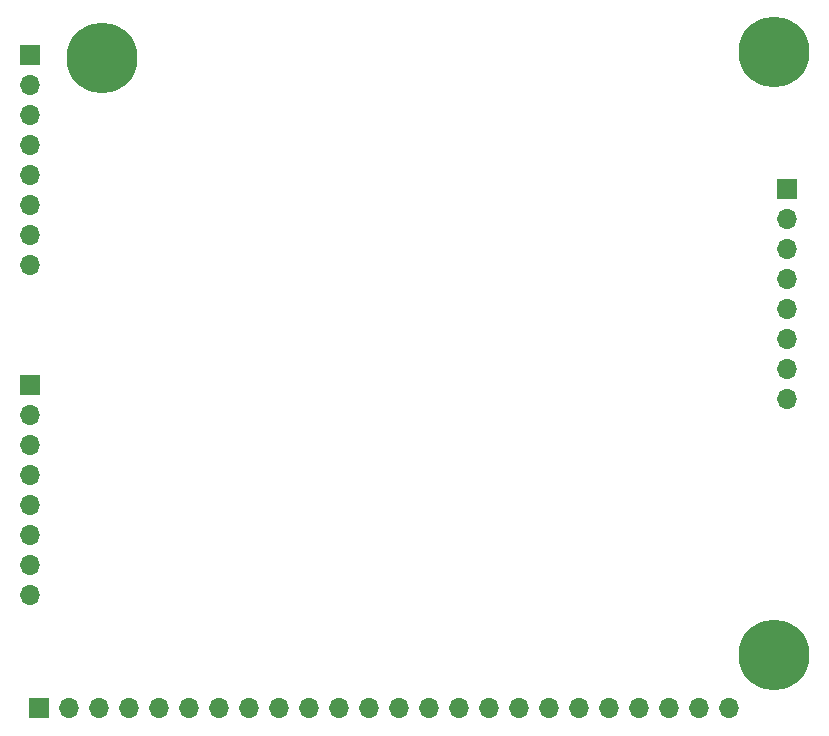
<source format=gbr>
%TF.GenerationSoftware,KiCad,Pcbnew,(6.0.0-0)*%
%TF.CreationDate,2022-10-19T23:34:28-04:00*%
%TF.ProjectId,Backplane-Interrupt-Handler,4261636b-706c-4616-9e65-2d496e746572,rev?*%
%TF.SameCoordinates,Original*%
%TF.FileFunction,Soldermask,Bot*%
%TF.FilePolarity,Negative*%
%FSLAX46Y46*%
G04 Gerber Fmt 4.6, Leading zero omitted, Abs format (unit mm)*
G04 Created by KiCad (PCBNEW (6.0.0-0)) date 2022-10-19 23:34:28*
%MOMM*%
%LPD*%
G01*
G04 APERTURE LIST*
%ADD10C,0.800000*%
%ADD11C,6.000000*%
%ADD12R,1.700000X1.700000*%
%ADD13O,1.700000X1.700000*%
G04 APERTURE END LIST*
D10*
%TO.C,REF\u002A\u002A*%
X171383010Y-65852990D03*
X174564990Y-62671010D03*
X172974000Y-62012000D03*
D11*
X172974000Y-64262000D03*
D10*
X174564990Y-65852990D03*
X172974000Y-66512000D03*
X175224000Y-64262000D03*
X170724000Y-64262000D03*
X171383010Y-62671010D03*
%TD*%
%TO.C,REF\u002A\u002A*%
X171383010Y-116906990D03*
X174564990Y-113725010D03*
X172974000Y-113066000D03*
D11*
X172974000Y-115316000D03*
D10*
X174564990Y-116906990D03*
X172974000Y-117566000D03*
X175224000Y-115316000D03*
X170724000Y-115316000D03*
X171383010Y-113725010D03*
%TD*%
D12*
%TO.C,J3*%
X109962000Y-92391000D03*
D13*
X109962000Y-94931000D03*
X109962000Y-97471000D03*
X109962000Y-100011000D03*
X109962000Y-102551000D03*
X109962000Y-105091000D03*
X109962000Y-107631000D03*
X109962000Y-110171000D03*
%TD*%
D12*
%TO.C,J2*%
X110704000Y-119806000D03*
D13*
X113244000Y-119806000D03*
X115784000Y-119806000D03*
X118324000Y-119806000D03*
X120864000Y-119806000D03*
X123404000Y-119806000D03*
X125944000Y-119806000D03*
X128484000Y-119806000D03*
X131024000Y-119806000D03*
X133564000Y-119806000D03*
X136104000Y-119806000D03*
X138644000Y-119806000D03*
X141184000Y-119806000D03*
X143724000Y-119806000D03*
X146264000Y-119806000D03*
X148804000Y-119806000D03*
X151344000Y-119806000D03*
X153884000Y-119806000D03*
X156424000Y-119806000D03*
X158964000Y-119806000D03*
X161504000Y-119806000D03*
X164044000Y-119806000D03*
X166584000Y-119806000D03*
X169124000Y-119806000D03*
%TD*%
D12*
%TO.C,J1*%
X109962000Y-64516000D03*
D13*
X109962000Y-67056000D03*
X109962000Y-69596000D03*
X109962000Y-72136000D03*
X109962000Y-74676000D03*
X109962000Y-77216000D03*
X109962000Y-79756000D03*
X109962000Y-82296000D03*
%TD*%
D10*
%TO.C,REF\u002A\u002A*%
X114487010Y-66360990D03*
X117668990Y-63179010D03*
X116078000Y-62520000D03*
D11*
X116078000Y-64770000D03*
D10*
X117668990Y-66360990D03*
X116078000Y-67020000D03*
X118328000Y-64770000D03*
X113828000Y-64770000D03*
X114487010Y-63179010D03*
%TD*%
D12*
%TO.C,J4*%
X174040000Y-75831000D03*
D13*
X174040000Y-78371000D03*
X174040000Y-80911000D03*
X174040000Y-83451000D03*
X174040000Y-85991000D03*
X174040000Y-88531000D03*
X174040000Y-91071000D03*
X174040000Y-93611000D03*
%TD*%
M02*

</source>
